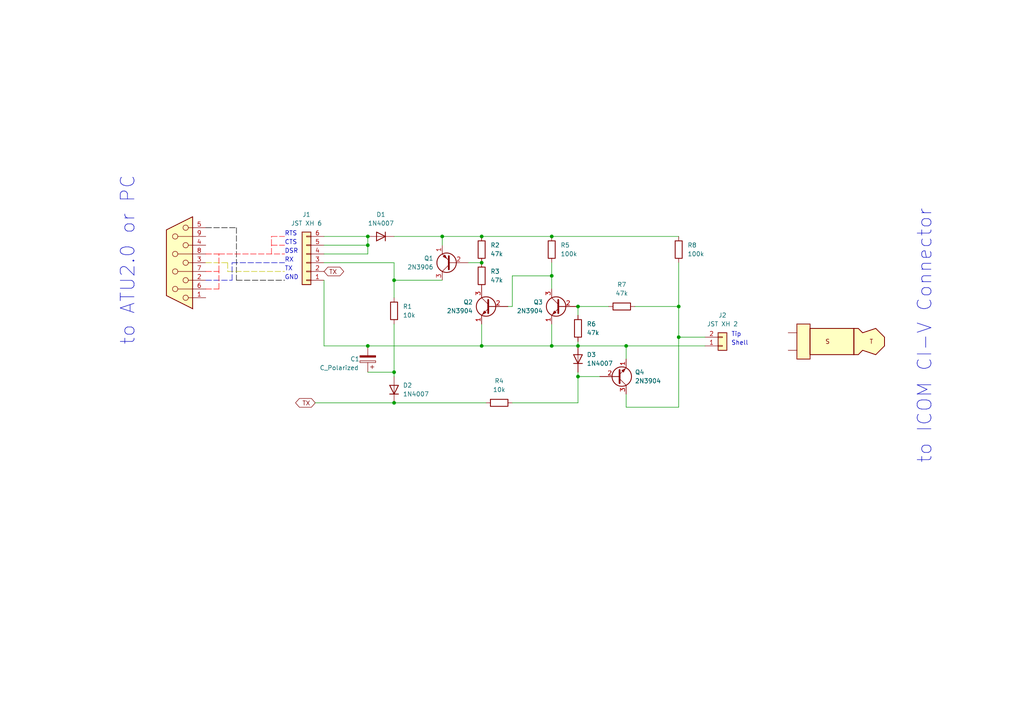
<source format=kicad_sch>
(kicad_sch (version 20211123) (generator eeschema)
  (paper "A4")
  (title_block (title "ICOM CI-V to RS232 Level Shifter") (date "2022-03-03") (rev "1.0"))
  (lib_symbols
    (symbol "Connector:AudioPlug2" (pin_numbers hide) (pin_names hide)
      (property "Reference" "J" (at 10.16 6.35 0))
      (property "Value" "AudioPlug2" (at 10.16 -6.35 0))
      (symbol "AudioPlug2_0_0"
        (text "S" (at 3.81 0 0) (effects (font (size 1.27 1.27))))
        (text "T" (at -8.89 0 0) (effects (font (size 1.27 1.27))))
      )
      (symbol "AudioPlug2_0_1"
        (rectangle (start -3.81 3.81) (end 8.89 -3.81) (stroke (width 0.254)) (fill (type background)))
        (polyline (pts (xy -3.81 3.81) (xy -5.08 3.81) (xy -6.35 2.54) (xy -10.16 3.81) (xy -12.7 1.27) (xy -12.7 -1.27) (xy -10.16 -3.81) (xy -6.35 -2.54) (xy -5.08 -3.81) (xy -3.81 -3.81) (xy -3.81 3.81)) (stroke (width 0.254)) (fill (type background)))
        (rectangle (start 12.7 5.08) (end 8.89 -5.08) (stroke (width 0.254)) (fill (type background)))
      )
      (symbol "AudioPlug2_1_1"
        (pin passive line (at 15.24 2.54 180) (length 2.54) (name "~") (number "S"))
        (pin passive line (at 15.24 -2.54 180) (length 2.54) (name "~") (number "T"))
      )
    )
    (symbol "Connector:DB9_Female" (pin_names (offset 1.016) hide)
      (property "Reference" "J" (at 0 13.97 0))
      (property "Value" "DB9_Female" (at 0 -14.605 0))
      (symbol "DB9_Female_0_1"
        (circle (center -1.778 -10.16) (radius 0.762))
        (circle (center -1.778 -5.08) (radius 0.762))
        (circle (center -1.778 0) (radius 0.762))
        (circle (center -1.778 5.08) (radius 0.762))
        (circle (center -1.778 10.16) (radius 0.762))
        (polyline (pts (xy -3.81 -10.16) (xy -2.54 -10.16)))
        (polyline (pts (xy -3.81 -7.62) (xy 0.508 -7.62)))
        (polyline (pts (xy -3.81 -5.08) (xy -2.54 -5.08)))
        (polyline (pts (xy -3.81 -2.54) (xy 0.508 -2.54)))
        (polyline (pts (xy -3.81 0) (xy -2.54 0)))
        (polyline (pts (xy -3.81 2.54) (xy 0.508 2.54)))
        (polyline (pts (xy -3.81 5.08) (xy -2.54 5.08)))
        (polyline (pts (xy -3.81 7.62) (xy 0.508 7.62)))
        (polyline (pts (xy -3.81 10.16) (xy -2.54 10.16)))
        (polyline (pts (xy -3.81 13.335) (xy -3.81 -13.335) (xy 3.81 -9.525) (xy 3.81 9.525) (xy -3.81 13.335)) (stroke (width 0.254)) (fill (type background)))
        (circle (center 1.27 -7.62) (radius 0.762))
        (circle (center 1.27 -2.54) (radius 0.762))
        (circle (center 1.27 2.54) (radius 0.762))
        (circle (center 1.27 7.62) (radius 0.762))
      )
      (symbol "DB9_Female_1_1"
        (pin passive line (at -7.62 10.16 0) (length 3.81) (name "1") (number "1"))
        (pin passive line (at -7.62 5.08 0) (length 3.81) (name "2") (number "2"))
        (pin passive line (at -7.62 0 0) (length 3.81) (name "3") (number "3"))
        (pin passive line (at -7.62 -5.08 0) (length 3.81) (name "4") (number "4"))
        (pin passive line (at -7.62 -10.16 0) (length 3.81) (name "5") (number "5"))
        (pin passive line (at -7.62 7.62 0) (length 3.81) (name "6") (number "6"))
        (pin passive line (at -7.62 2.54 0) (length 3.81) (name "7") (number "7"))
        (pin passive line (at -7.62 -2.54 0) (length 3.81) (name "8") (number "8"))
        (pin passive line (at -7.62 -7.62 0) (length 3.81) (name "9") (number "9"))
      )
    )
    (symbol "Connector_Generic:Conn_01x02" (pin_names (offset 1.016) hide)
      (property "Reference" "J" (at 0 2.54 0))
      (property "Value" "Conn_01x02" (at 0 -5.08 0))
      (symbol "Conn_01x02_1_1"
        (rectangle (start -1.27 -2.413) (end 0 -2.667) (stroke (width 0.1524)))
        (rectangle (start -1.27 0.127) (end 0 -0.127) (stroke (width 0.1524)))
        (rectangle (start -1.27 1.27) (end 1.27 -3.81) (stroke (width 0.254)) (fill (type background)))
        (pin passive line (at -5.08 0 0) (length 3.81) (name "Pin_1") (number "1"))
        (pin passive line (at -5.08 -2.54 0) (length 3.81) (name "Pin_2") (number "2"))
      )
    )
    (symbol "Connector_Generic:Conn_01x06" (pin_names (offset 1.016) hide)
      (property "Reference" "J" (at 0 7.62 0))
      (property "Value" "Conn_01x06" (at 0 -10.16 0))
      (symbol "Conn_01x06_1_1"
        (rectangle (start -1.27 -7.493) (end 0 -7.747) (stroke (width 0.1524)))
        (rectangle (start -1.27 -4.953) (end 0 -5.207) (stroke (width 0.1524)))
        (rectangle (start -1.27 -2.413) (end 0 -2.667) (stroke (width 0.1524)))
        (rectangle (start -1.27 0.127) (end 0 -0.127) (stroke (width 0.1524)))
        (rectangle (start -1.27 2.667) (end 0 2.413) (stroke (width 0.1524)))
        (rectangle (start -1.27 5.207) (end 0 4.953) (stroke (width 0.1524)))
        (rectangle (start -1.27 6.35) (end 1.27 -8.89) (stroke (width 0.254)) (fill (type background)))
        (pin passive line (at -5.08 5.08 0) (length 3.81) (name "Pin_1") (number "1"))
        (pin passive line (at -5.08 2.54 0) (length 3.81) (name "Pin_2") (number "2"))
        (pin passive line (at -5.08 0 0) (length 3.81) (name "Pin_3") (number "3"))
        (pin passive line (at -5.08 -2.54 0) (length 3.81) (name "Pin_4") (number "4"))
        (pin passive line (at -5.08 -5.08 0) (length 3.81) (name "Pin_5") (number "5"))
        (pin passive line (at -5.08 -7.62 0) (length 3.81) (name "Pin_6") (number "6"))
      )
    )
    (symbol "Device:C_Polarized" (pin_numbers hide) (pin_names (offset 0.254))
      (property "Reference" "C" (at 0.635 2.54 0))
      (property "Value" "C_Polarized" (at 0.635 -2.54 0))
      (symbol "C_Polarized_0_1"
        (rectangle (start -2.286 0.508) (end 2.286 1.016))
        (polyline (pts (xy -1.778 2.286) (xy -0.762 2.286)))
        (polyline (pts (xy -1.27 2.794) (xy -1.27 1.778)))
        (rectangle (start 2.286 -0.508) (end -2.286 -1.016) (fill (type outline)))
      )
      (symbol "C_Polarized_1_1"
        (pin passive line (at 0 3.81 270) (length 2.794) (name "~") (number "1"))
        (pin passive line (at 0 -3.81 90) (length 2.794) (name "~") (number "2"))
      )
    )
    (symbol "Device:R" (pin_numbers hide) (pin_names (offset 0))
      (property "Reference" "R" (at 2.032 0 90))
      (property "Value" "R" (at 0 0 90))
      (symbol "R_0_1"
        (rectangle (start -1.016 -2.54) (end 1.016 2.54) (stroke (width 0.254)))
      )
      (symbol "R_1_1"
        (pin passive line (at 0 3.81 270) (length 1.27) (name "~") (number "1"))
        (pin passive line (at 0 -3.81 90) (length 1.27) (name "~") (number "2"))
      )
    )
    (symbol "Diode:1N4007" (pin_numbers hide) (pin_names (offset 1.016) hide)
      (property "Reference" "D" (at 0 2.54 0))
      (property "Value" "1N4007" (at 0 -2.54 0))
      (symbol "1N4007_0_1"
        (polyline (pts (xy -1.27 1.27) (xy -1.27 -1.27)) (stroke (width 0.254)))
        (polyline (pts (xy 1.27 0) (xy -1.27 0)))
        (polyline (pts (xy 1.27 1.27) (xy 1.27 -1.27) (xy -1.27 0) (xy 1.27 1.27)) (stroke (width 0.254)))
      )
      (symbol "1N4007_1_1"
        (pin passive line (at -3.81 0 0) (length 2.54) (name "K") (number "1"))
        (pin passive line (at 3.81 0 180) (length 2.54) (name "A") (number "2"))
      )
    )
    (symbol "Transistor_BJT:2N3904" (pin_names (offset 0) hide)
      (property "Reference" "Q" (at 5.08 1.905 0))
      (property "Value" "2N3904" (at 5.08 0 0))
      (symbol "2N3904_0_1"
        (polyline (pts (xy 0.635 0.635) (xy 2.54 2.54)))
        (polyline (pts (xy 0.635 -0.635) (xy 2.54 -2.54) (xy 2.54 -2.54)))
        (polyline (pts (xy 0.635 1.905) (xy 0.635 -1.905) (xy 0.635 -1.905)) (stroke (width 0.508)))
        (polyline (pts (xy 1.27 -1.778) (xy 1.778 -1.27) (xy 2.286 -2.286) (xy 1.27 -1.778) (xy 1.27 -1.778)) (fill (type outline)))
        (circle (center 1.27 0) (radius 2.8194) (stroke (width 0.254)))
      )
      (symbol "2N3904_1_1"
        (pin passive line (at 2.54 -5.08 90) (length 2.54) (name "E") (number "1"))
        (pin passive line (at -5.08 0 0) (length 5.715) (name "B") (number "2"))
        (pin passive line (at 2.54 5.08 270) (length 2.54) (name "C") (number "3"))
      )
    )
    (symbol "Transistor_BJT:2N3906" (pin_names (offset 0) hide)
      (property "Reference" "Q" (at 5.08 1.905 0))
      (property "Value" "2N3906" (at 5.08 0 0))
      (symbol "2N3906_0_1"
        (polyline (pts (xy 0.635 0.635) (xy 2.54 2.54)))
        (polyline (pts (xy 0.635 -0.635) (xy 2.54 -2.54) (xy 2.54 -2.54)))
        (polyline (pts (xy 0.635 1.905) (xy 0.635 -1.905) (xy 0.635 -1.905)) (stroke (width 0.508)))
        (polyline (pts (xy 2.286 -1.778) (xy 1.778 -2.286) (xy 1.27 -1.27) (xy 2.286 -1.778) (xy 2.286 -1.778)) (fill (type outline)))
        (circle (center 1.27 0) (radius 2.8194) (stroke (width 0.254)))
      )
      (symbol "2N3906_1_1"
        (pin passive line (at 2.54 -5.08 90) (length 2.54) (name "E") (number "1"))
        (pin input line (at -5.08 0 0) (length 5.715) (name "B") (number "2"))
        (pin passive line (at 2.54 5.08 270) (length 2.54) (name "C") (number "3"))
      )
    )
  )
  (junction (at 139.7 100.33))
  (junction (at 106.68 100.33))
  (junction (at 160.02 68.58))
  (junction (at 114.3 107.95))
  (junction (at 106.68 71.12))
  (junction (at 196.85 88.9))
  (junction (at 196.85 97.79))
  (junction (at 167.64 100.33))
  (junction (at 167.64 109.22))
  (junction (at 106.68 68.58))
  (junction (at 114.3 81.28))
  (junction (at 181.61 100.33))
  (junction (at 139.7 68.58))
  (junction (at 128.27 68.58))
  (junction (at 114.3 116.84))
  (junction (at 160.02 80.01))
  (junction (at 160.02 100.33))
  (junction (at 167.64 88.9))
  (junction (at 139.7 76.2))
  (wire (pts (xy 93.98 76.2) (xy 114.3 76.2)))
  (wire (pts (xy 139.7 93.98) (xy 139.7 100.33)))
  (wire (pts (xy 93.98 100.33) (xy 106.68 100.33)))
  (wire (pts (xy 167.64 116.84) (xy 167.64 109.22)))
  (polyline (pts (xy 59.69 66.04) (xy 68.58 66.04)) (stroke (width 0) (color 0 0 0 1)))
  (wire (pts (xy 114.3 116.84) (xy 140.97 116.84)))
  (wire (pts (xy 196.85 76.2) (xy 196.85 88.9)))
  (wire (pts (xy 93.98 71.12) (xy 106.68 71.12)))
  (polyline (pts (xy 59.69 76.2) (xy 66.04 76.2)) (stroke (width 0) (color 194 194 0 1)))
  (polyline (pts (xy 63.5 83.82) (xy 63.5 78.74)) (stroke (width 0) (color 255 0 0 1)))
  (wire (pts (xy 114.3 68.58) (xy 128.27 68.58)))
  (wire (pts (xy 114.3 107.95) (xy 114.3 109.22)))
  (wire (pts (xy 196.85 88.9) (xy 196.85 97.79)))
  (polyline (pts (xy 63.5 78.74) (xy 63.5 73.66)) (stroke (width 0) (color 255 0 0 1)))
  (wire (pts (xy 128.27 68.58) (xy 139.7 68.58)))
  (wire (pts (xy 160.02 100.33) (xy 167.64 100.33)))
  (wire (pts (xy 181.61 100.33) (xy 181.61 104.14)))
  (wire (pts (xy 106.68 68.58) (xy 106.68 71.12)))
  (wire (pts (xy 160.02 93.98) (xy 160.02 100.33)))
  (wire (pts (xy 196.85 118.11) (xy 196.85 97.79)))
  (wire (pts (xy 184.15 88.9) (xy 196.85 88.9)))
  (polyline (pts (xy 59.69 83.82) (xy 63.5 83.82)) (stroke (width 0) (color 255 0 0 1)))
  (polyline (pts (xy 78.74 71.12) (xy 82.55 71.12)) (stroke (width 0) (color 255 8 19 1)))
  (wire (pts (xy 167.64 107.95) (xy 167.64 109.22)))
  (polyline (pts (xy 78.74 68.58) (xy 82.55 68.58)) (stroke (width 0) (color 255 8 19 1)))
  (wire (pts (xy 181.61 118.11) (xy 181.61 114.3)))
  (wire (pts (xy 181.61 100.33) (xy 204.47 100.33)))
  (wire (pts (xy 93.98 81.28) (xy 93.98 100.33)))
  (polyline (pts (xy 66.04 76.2) (xy 66.04 78.74)) (stroke (width 0) (color 194 194 0 1)))
  (polyline (pts (xy 67.31 76.2) (xy 82.55 76.2)))
  (polyline (pts (xy 59.69 81.28) (xy 67.31 81.28)))
  (wire (pts (xy 139.7 76.2) (xy 135.89 76.2)))
  (polyline (pts (xy 78.74 71.12) (xy 78.74 68.58)) (stroke (width 0) (color 255 8 19 1)))
  (wire (pts (xy 106.68 73.66) (xy 106.68 71.12)))
  (wire (pts (xy 196.85 118.11) (xy 181.61 118.11)))
  (wire (pts (xy 139.7 68.58) (xy 160.02 68.58)))
  (wire (pts (xy 160.02 80.01) (xy 160.02 83.82)))
  (wire (pts (xy 93.98 73.66) (xy 106.68 73.66)))
  (wire (pts (xy 106.68 107.95) (xy 114.3 107.95)))
  (wire (pts (xy 148.59 88.9) (xy 148.59 80.01)))
  (polyline (pts (xy 78.74 73.66) (xy 78.74 71.12)) (stroke (width 0) (color 255 8 19 1)))
  (wire (pts (xy 167.64 88.9) (xy 176.53 88.9)))
  (wire (pts (xy 148.59 80.01) (xy 160.02 80.01)))
  (polyline (pts (xy 59.69 73.66) (xy 63.5 73.66)) (stroke (width 0) (color 255 0 0 1)))
  (wire (pts (xy 128.27 68.58) (xy 128.27 71.12)))
  (wire (pts (xy 114.3 81.28) (xy 114.3 86.36)))
  (wire (pts (xy 147.32 88.9) (xy 148.59 88.9)))
  (wire (pts (xy 160.02 68.58) (xy 196.85 68.58)))
  (polyline (pts (xy 63.5 73.66) (xy 82.55 73.66)) (stroke (width 0) (color 255 8 19 1)))
  (wire (pts (xy 106.68 100.33) (xy 139.7 100.33)))
  (polyline (pts (xy 68.58 66.04) (xy 68.58 81.28)) (stroke (width 0) (color 0 0 0 1)))
  (wire (pts (xy 148.59 116.84) (xy 167.64 116.84)))
  (wire (pts (xy 114.3 81.28) (xy 128.27 81.28)))
  (wire (pts (xy 93.98 68.58) (xy 106.68 68.58)))
  (wire (pts (xy 167.64 88.9) (xy 167.64 91.44)))
  (wire (pts (xy 160.02 76.2) (xy 160.02 80.01)))
  (wire (pts (xy 114.3 93.98) (xy 114.3 107.95)))
  (wire (pts (xy 167.64 99.06) (xy 167.64 100.33)))
  (polyline (pts (xy 66.04 78.74) (xy 82.55 78.74)) (stroke (width 0) (color 194 194 0 1)))
  (wire (pts (xy 91.44 116.84) (xy 114.3 116.84)))
  (polyline (pts (xy 68.58 81.28) (xy 82.55 81.28)) (stroke (width 0) (color 0 0 0 1)))
  (polyline (pts (xy 59.69 78.74) (xy 63.5 78.74)) (stroke (width 0) (color 255 0 0 1)))
  (polyline (pts (xy 67.31 81.28) (xy 67.31 76.2)))
  (wire (pts (xy 167.64 100.33) (xy 181.61 100.33)))
  (wire (pts (xy 139.7 100.33) (xy 160.02 100.33)))
  (wire (pts (xy 196.85 97.79) (xy 204.47 97.79)))
  (wire (pts (xy 114.3 76.2) (xy 114.3 81.28)))
  (wire (pts (xy 167.64 109.22) (xy 173.99 109.22)))
  (text "RX" (at 82.55 76.2 0) (effects (font (size 1.27 1.27)) (justify left bottom)))
  (text "CTS" (at 82.55 71.12 0) (effects (font (size 1.27 1.27)) (justify left bottom)))
  (text "RTS" (at 82.55 68.58 0) (effects (font (size 1.27 1.27)) (justify left bottom)))
  (text "to ATU2.0 or PC" (at 39.37 100.33 90) (effects (font (size 4 4)) (justify left bottom)))
  (text "TX" (at 82.55 78.74 0) (effects (font (size 1.27 1.27)) (justify left bottom)))
  (text "Tip" (at 212.09 97.79 0) (effects (font (size 1.27 1.27)) (justify left bottom)))
  (text "GND" (at 82.55 81.28 0) (effects (font (size 1.27 1.27)) (justify left bottom)))
  (text "DSR" (at 82.55 73.66 0) (effects (font (size 1.27 1.27)) (justify left bottom)))
  (text "Shell" (at 212.09 100.33 0) (effects (font (size 1.27 1.27)) (justify left bottom)))
  (text "to ICOM CI-V Connector" (at 270.51 134.62 90) (effects (font (size 4 4)) (justify left bottom)))
  (global_label "TX" (shape bidirectional) (at 91.44 116.84 180) (property "Referenzen zwischen Schaltplänen" "${INTERSHEET_REFS}" (effects hide)))
  (global_label "TX" (shape bidirectional) (at 93.98 78.74 0) (property "Referenzen zwischen Schaltplänen" "${INTERSHEET_REFS}" (effects hide)))
  (symbol (lib_id "Diode:1N4007") (at 114.3 113.03 90) (unit 1)
    (property "Reference" "D2" (at 116.84 111.7599 90) (effects (justify right)))
    (property "Value" "1N4007" (at 116.84 114.2999 90) (effects (justify right)))
    (property "Footprint" "Diode_THT:D_DO-41_SOD81_P10.16mm_Horizontal" (effects hide))
    (property "Datasheet" "http://www.vishay.com/docs/88503/1n4001.pdf" (effects hide))
  )
  (symbol (lib_id "Diode:1N4007") (at 110.49 68.58 180) (unit 1)
    (property "Reference" "D1" (at 110.49 62.23 0))
    (property "Value" "1N4007" (at 110.49 64.77 0))
    (property "Footprint" "Diode_THT:D_DO-41_SOD81_P10.16mm_Horizontal" (effects hide))
    (property "Datasheet" "http://www.vishay.com/docs/88503/1n4001.pdf" (effects hide))
  )
  (symbol (lib_id "Device:R") (at 196.85 72.39 0) (unit 1)
    (property "Reference" "R8" (at 199.39 71.1199 0) (effects (justify left)))
    (property "Value" "100k" (at 199.39 73.6599 0) (effects (justify left)))
  )
  (symbol (lib_id "Device:R") (at 160.02 72.39 0) (unit 1)
    (property "Reference" "R5" (at 162.56 71.1199 0) (effects (justify left)))
    (property "Value" "100k" (at 162.56 73.6599 0) (effects (justify left)))
  )
  (symbol (lib_id "Transistor_BJT:2N3904") (at 179.07 109.22 0) (mirror x) (unit 1)
    (property "Reference" "Q4" (at 184.15 107.9499 0) (effects (justify left)))
    (property "Value" "2N3904" (at 184.15 110.4899 0) (effects (justify left)))
    (property "Footprint" "Package_TO_SOT_THT:TO-92_Inline" (effects hide))
    (property "Datasheet" "https://www.onsemi.com/pub/Collateral/2N3903-D.PDF" (effects hide))
  )
  (symbol (lib_id "Diode:1N4007") (at 167.64 104.14 90) (unit 1)
    (property "Reference" "D3" (at 170.18 102.8699 90) (effects (justify right)))
    (property "Value" "1N4007" (at 170.18 105.4099 90) (effects (justify right)))
    (property "Footprint" "Diode_THT:D_DO-41_SOD81_P10.16mm_Horizontal" (effects hide))
    (property "Datasheet" "http://www.vishay.com/docs/88503/1n4001.pdf" (effects hide))
  )
  (symbol (lib_id "Transistor_BJT:2N3904") (at 142.24 88.9 0) (mirror y) (unit 1)
    (property "Reference" "Q2" (at 137.16 87.6299 0) (effects (justify left)))
    (property "Value" "2N3904" (at 137.16 90.1699 0) (effects (justify left)))
    (property "Footprint" "Package_TO_SOT_THT:TO-92_Inline" (effects hide))
    (property "Datasheet" "https://www.onsemi.com/pub/Collateral/2N3903-D.PDF" (effects hide))
  )
  (symbol (lib_id "Device:R") (at 139.7 72.39 0) (unit 1)
    (property "Reference" "R2" (at 142.24 71.1199 0) (effects (justify left)))
    (property "Value" "47k" (at 142.24 73.6599 0) (effects (justify left)))
  )
  (symbol (lib_id "Device:R") (at 139.7 80.01 0) (unit 1)
    (property "Reference" "R3" (at 142.24 78.7399 0) (effects (justify left)))
    (property "Value" "47k" (at 142.24 81.2799 0) (effects (justify left)))
  )
  (symbol (lib_id "Connector_Generic:Conn_01x06") (at 88.9 76.2 180) (unit 1)
    (property "Reference" "J1" (at 88.9 62.23 0))
    (property "Value" "JST XH 6" (at 88.9 64.77 0))
  )
  (symbol (lib_id "Device:R") (at 144.78 116.84 90) (unit 1)
    (property "Reference" "R4" (at 144.78 110.49 90))
    (property "Value" "10k" (at 144.78 113.03 90))
  )
  (symbol (lib_id "Device:R") (at 114.3 90.17 0) (unit 1)
    (property "Reference" "R1" (at 116.84 88.8999 0) (effects (justify left)))
    (property "Value" "10k" (at 116.84 91.4399 0) (effects (justify left)))
  )
  (symbol (lib_id "Device:R") (at 180.34 88.9 90) (unit 1)
    (property "Reference" "R7" (at 180.34 82.55 90))
    (property "Value" "47k" (at 180.34 85.09 90))
  )
  (symbol (lib_id "Connector:AudioPlug2") (at 243.84 99.06 180) (unit 1) (in_bom no) (on_board no)
    (property "Reference" "J?" (effects hide))
    (property "Value" "AudioPlug2" (effects hide))
  )
  (symbol (lib_id "Connector_Generic:Conn_01x02") (at 209.55 100.33 0) (mirror x) (unit 1)
    (property "Reference" "J2" (at 209.55 91.44 0))
    (property "Value" "JST XH 2" (at 209.55 93.98 0))
  )
  (symbol (lib_id "Transistor_BJT:2N3904") (at 162.56 88.9 0) (mirror y) (unit 1)
    (property "Reference" "Q3" (at 157.48 87.6299 0) (effects (justify left)))
    (property "Value" "2N3904" (at 157.48 90.1699 0) (effects (justify left)))
    (property "Footprint" "Package_TO_SOT_THT:TO-92_Inline" (effects hide))
    (property "Datasheet" "https://www.onsemi.com/pub/Collateral/2N3903-D.PDF" (effects hide))
  )
  (symbol (lib_id "Transistor_BJT:2N3906") (at 130.81 76.2 180) (unit 1)
    (property "Reference" "Q1" (at 125.73 74.9299 0) (effects (justify left)))
    (property "Value" "2N3906" (at 125.73 77.4699 0) (effects (justify left)))
    (property "Footprint" "Package_TO_SOT_THT:TO-92_Inline" (effects hide))
    (property "Datasheet" "https://www.onsemi.com/pub/Collateral/2N3906-D.PDF" (effects hide))
  )
  (symbol (lib_id "Device:R") (at 167.64 95.25 0) (unit 1)
    (property "Reference" "R6" (at 170.18 93.9799 0) (effects (justify left)))
    (property "Value" "47k" (at 170.18 96.5199 0) (effects (justify left)))
  )
  (symbol (lib_id "Connector:DB9_Female") (at 52.07 76.2 180) (unit 1) (in_bom no) (on_board no)
    (property "Reference" "J?" (effects hide))
    (property "Value" "DB9_Female" (effects hide))
    (property "Datasheet" " ~" (effects hide))
  )
  (symbol (lib_id "Device:C_Polarized") (at 106.68 104.14 180) (unit 1)
    (property "Reference" "C1" (at 101.6 104.14 0) (effects (justify right)))
    (property "Value" "C_Polarized" (at 92.71 106.68 0) (effects (justify right)))
  )
)
</source>
